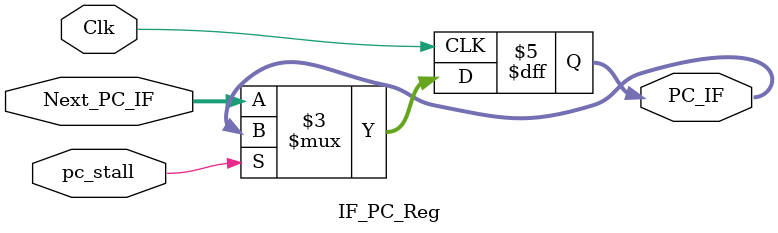
<source format=v>

module IF_PC_Reg(
		 input [31:0]Next_PC_IF,
		 input pc_stall,
		 output reg[31:0]PC_IF,
		 input Clk
		 );

 always@(posedge Clk)
	begin
	if (!pc_stall)begin
	PC_IF <= Next_PC_IF;
	end //end if
	end //end always

endmodule // IF_PC_Reg



   
   

</source>
